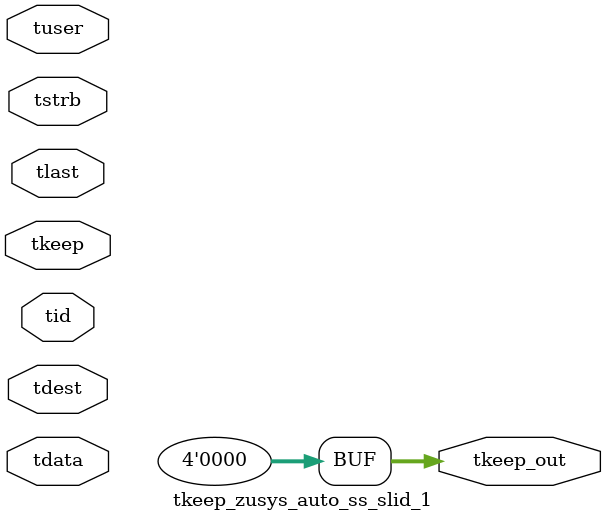
<source format=v>


`timescale 1ps/1ps

module tkeep_zusys_auto_ss_slid_1 #
(
parameter C_S_AXIS_TDATA_WIDTH = 32,
parameter C_S_AXIS_TUSER_WIDTH = 0,
parameter C_S_AXIS_TID_WIDTH   = 0,
parameter C_S_AXIS_TDEST_WIDTH = 0,
parameter C_M_AXIS_TDATA_WIDTH = 32
)
(
input  [(C_S_AXIS_TDATA_WIDTH == 0 ? 1 : C_S_AXIS_TDATA_WIDTH)-1:0     ] tdata,
input  [(C_S_AXIS_TUSER_WIDTH == 0 ? 1 : C_S_AXIS_TUSER_WIDTH)-1:0     ] tuser,
input  [(C_S_AXIS_TID_WIDTH   == 0 ? 1 : C_S_AXIS_TID_WIDTH)-1:0       ] tid,
input  [(C_S_AXIS_TDEST_WIDTH == 0 ? 1 : C_S_AXIS_TDEST_WIDTH)-1:0     ] tdest,
input  [(C_S_AXIS_TDATA_WIDTH/8)-1:0 ] tkeep,
input  [(C_S_AXIS_TDATA_WIDTH/8)-1:0 ] tstrb,
input                                                                    tlast,
output [(C_M_AXIS_TDATA_WIDTH/8)-1:0 ] tkeep_out
);

assign tkeep_out = {1'b0};

endmodule


</source>
